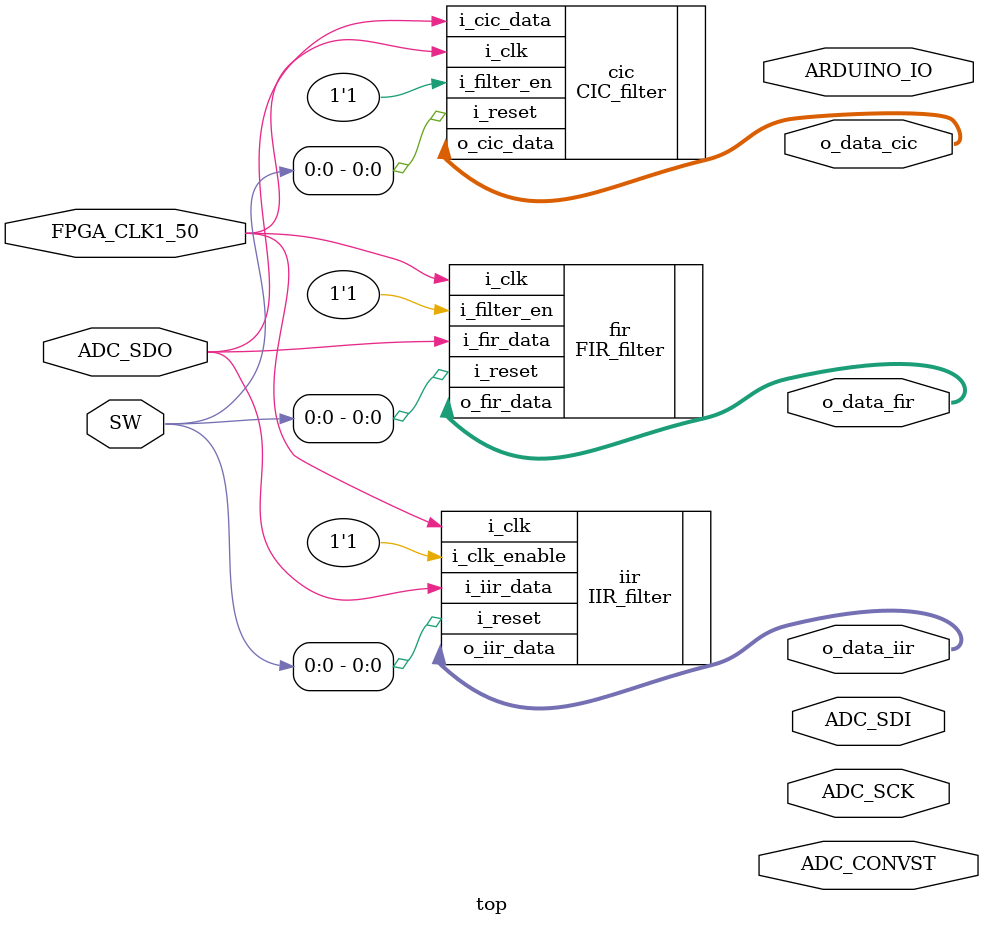
<source format=sv>
module top(FPGA_CLK1_50, SW, ADC_CONVST, ADC_SCK, ADC_SDI, ADC_SDO, ARDUINO_IO, o_data_fir, o_data_iir, o_data_cic);

    
    parameter  INPUT_DATA_WIDTH  = 12;
    parameter  OUTPUT_DATA_WIDTH = 28;
	parameter  CIC_DATA_WIDTH = 20;
    
	localparam PHASE_10KHz = 85899346;
	localparam PHASE_60KHz = 515396076;
    
    input  logic                                    FPGA_CLK1_50;
    input  logic  [3:0]                             SW;
    input  logic                                    ADC_SDO;
    
    output logic                                    ADC_CONVST;
    output logic                                    ADC_SCK;
    output                                          ADC_SDI; 
    output logic signed [OUTPUT_DATA_WIDTH - 1 : 0] o_data_fir, o_data_iir;
    output logic signed [CIC_DATA_WIDTH - 1 : 0]    o_data_cic;
    output logic signed [15 : 0]                    ARDUINO_IO;
      

    FIR_filter fir (
		.i_clk(FPGA_CLK1_50), 
		.i_reset(SW[0]),
    	.i_filter_en(1'b1),
    	.i_fir_data(ADC_SDO),
    	.o_fir_data(o_data_fir)
	 );
     
     CIC_filter cic (
		.i_clk(FPGA_CLK1_50), 
		.i_reset(SW[0]),
    	.i_filter_en(1'b1),
    	.i_cic_data(ADC_SDO),
    	.o_cic_data(o_data_cic)
	 );
     
     IIR_filter iir (
        .i_clk(FPGA_CLK1_50),
        .i_clk_enable(1'b1),
        .i_reset(SW[0]),
        .i_iir_data(ADC_SDO),
        .o_iir_data(o_data_iir)
     );
     
     
endmodule     
</source>
